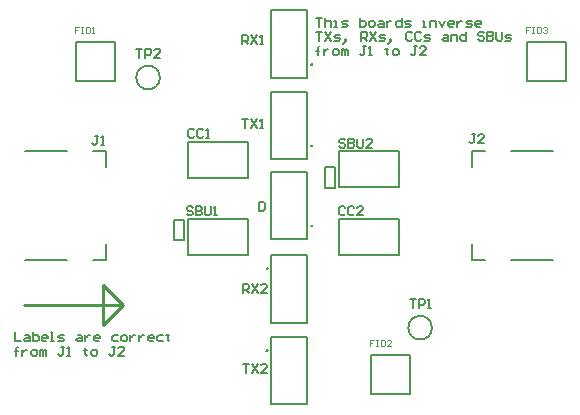
<source format=gto>
G04*
G04 #@! TF.GenerationSoftware,Altium Limited,Altium Designer,20.1.11 (218)*
G04*
G04 Layer_Color=65535*
%FSLAX24Y24*%
%MOIN*%
G70*
G04*
G04 #@! TF.SameCoordinates,54141B6B-DA1B-4774-B8CF-21792AEDCB4D*
G04*
G04*
G04 #@! TF.FilePolarity,Positive*
G04*
G01*
G75*
%ADD10C,0.0050*%
%ADD11C,0.0100*%
%ADD12C,0.0060*%
%ADD13C,0.0047*%
D10*
X5928Y11154D02*
G03*
X5928Y11154I-394J0D01*
G01*
X14996Y2815D02*
G03*
X14996Y2815I-394J0D01*
G01*
X3131Y12331D02*
X4431D01*
X3131Y11031D02*
Y12331D01*
X4431Y11031D02*
Y12331D01*
X3131Y11031D02*
X4431D01*
X12976Y1897D02*
X14276D01*
X12976Y597D02*
Y1897D01*
X14276Y597D02*
Y1897D01*
X12976Y597D02*
X14276D01*
X18167Y12332D02*
X19467D01*
X18167Y11032D02*
Y12332D01*
X19467Y11032D02*
Y12332D01*
X18167Y11032D02*
X19467D01*
X17623Y8701D02*
X19040D01*
X17623Y5079D02*
X19040D01*
X16320D02*
Y5591D01*
Y5079D02*
X16757D01*
X16320Y8701D02*
X16757D01*
X16320Y8189D02*
Y8701D01*
X9636Y5760D02*
Y8004D01*
Y5760D02*
X10817D01*
Y8004D01*
X9636D02*
X10817D01*
X1417Y5079D02*
X2835D01*
X1417Y8701D02*
X2835D01*
X4138Y8189D02*
Y8701D01*
X3701D02*
X4138D01*
X3701Y5079D02*
X4138D01*
Y5591D01*
X9638Y11154D02*
Y13398D01*
Y11154D02*
X10819D01*
Y13398D01*
X9638D02*
X10819D01*
X9638Y8431D02*
Y10675D01*
Y8431D02*
X10819D01*
Y10675D01*
X9638D02*
X10819D01*
X6392Y5729D02*
X6727D01*
X6392Y6418D02*
X6727D01*
X6392Y5729D02*
Y6418D01*
X6727Y5729D02*
Y6418D01*
X10819Y2984D02*
Y5228D01*
X9638D02*
X10819D01*
X9638Y2984D02*
Y5228D01*
Y2984D02*
X10819D01*
Y261D02*
Y2505D01*
X9638D02*
X10819D01*
X9638Y261D02*
Y2505D01*
Y261D02*
X10819D01*
X11447Y7480D02*
X11781D01*
X11447Y8169D02*
X11781D01*
X11447Y7480D02*
Y8169D01*
X11781Y7480D02*
Y8169D01*
X11135Y13155D02*
X11335D01*
X11235D01*
Y12855D01*
X11434Y13155D02*
Y12855D01*
Y13005D01*
X11484Y13055D01*
X11584D01*
X11634Y13005D01*
Y12855D01*
X11734D02*
X11834D01*
X11784D01*
Y13055D01*
X11734D01*
X11984Y12855D02*
X12134D01*
X12184Y12905D01*
X12134Y12955D01*
X12034D01*
X11984Y13005D01*
X12034Y13055D01*
X12184D01*
X12584Y13155D02*
Y12855D01*
X12734D01*
X12784Y12905D01*
Y12955D01*
Y13005D01*
X12734Y13055D01*
X12584D01*
X12934Y12855D02*
X13034D01*
X13084Y12905D01*
Y13005D01*
X13034Y13055D01*
X12934D01*
X12884Y13005D01*
Y12905D01*
X12934Y12855D01*
X13234Y13055D02*
X13334D01*
X13384Y13005D01*
Y12855D01*
X13234D01*
X13184Y12905D01*
X13234Y12955D01*
X13384D01*
X13484Y13055D02*
Y12855D01*
Y12955D01*
X13534Y13005D01*
X13584Y13055D01*
X13634D01*
X13984Y13155D02*
Y12855D01*
X13834D01*
X13784Y12905D01*
Y13005D01*
X13834Y13055D01*
X13984D01*
X14084Y12855D02*
X14234D01*
X14284Y12905D01*
X14234Y12955D01*
X14134D01*
X14084Y13005D01*
X14134Y13055D01*
X14284D01*
X14683Y12855D02*
X14783D01*
X14733D01*
Y13055D01*
X14683D01*
X14933Y12855D02*
Y13055D01*
X15083D01*
X15133Y13005D01*
Y12855D01*
X15233Y13055D02*
X15333Y12855D01*
X15433Y13055D01*
X15683Y12855D02*
X15583D01*
X15533Y12905D01*
Y13005D01*
X15583Y13055D01*
X15683D01*
X15733Y13005D01*
Y12955D01*
X15533D01*
X15833Y13055D02*
Y12855D01*
Y12955D01*
X15883Y13005D01*
X15933Y13055D01*
X15983D01*
X16133Y12855D02*
X16283D01*
X16333Y12905D01*
X16283Y12955D01*
X16183D01*
X16133Y13005D01*
X16183Y13055D01*
X16333D01*
X16583Y12855D02*
X16483D01*
X16433Y12905D01*
Y13005D01*
X16483Y13055D01*
X16583D01*
X16633Y13005D01*
Y12955D01*
X16433D01*
X11135Y12675D02*
X11335D01*
X11235D01*
Y12376D01*
X11434Y12675D02*
X11634Y12376D01*
Y12675D02*
X11434Y12376D01*
X11734D02*
X11884D01*
X11934Y12426D01*
X11884Y12475D01*
X11784D01*
X11734Y12525D01*
X11784Y12575D01*
X11934D01*
X12084Y12326D02*
X12134Y12376D01*
Y12426D01*
X12084D01*
Y12376D01*
X12134D01*
X12084Y12326D01*
X12034Y12276D01*
X12634Y12376D02*
Y12675D01*
X12784D01*
X12834Y12625D01*
Y12525D01*
X12784Y12475D01*
X12634D01*
X12734D02*
X12834Y12376D01*
X12934Y12675D02*
X13134Y12376D01*
Y12675D02*
X12934Y12376D01*
X13234D02*
X13384D01*
X13434Y12426D01*
X13384Y12475D01*
X13284D01*
X13234Y12525D01*
X13284Y12575D01*
X13434D01*
X13584Y12326D02*
X13634Y12376D01*
Y12426D01*
X13584D01*
Y12376D01*
X13634D01*
X13584Y12326D01*
X13534Y12276D01*
X14334Y12625D02*
X14284Y12675D01*
X14184D01*
X14134Y12625D01*
Y12426D01*
X14184Y12376D01*
X14284D01*
X14334Y12426D01*
X14633Y12625D02*
X14583Y12675D01*
X14483D01*
X14433Y12625D01*
Y12426D01*
X14483Y12376D01*
X14583D01*
X14633Y12426D01*
X14733Y12376D02*
X14883D01*
X14933Y12426D01*
X14883Y12475D01*
X14783D01*
X14733Y12525D01*
X14783Y12575D01*
X14933D01*
X15383D02*
X15483D01*
X15533Y12525D01*
Y12376D01*
X15383D01*
X15333Y12426D01*
X15383Y12475D01*
X15533D01*
X15633Y12376D02*
Y12575D01*
X15783D01*
X15833Y12525D01*
Y12376D01*
X16133Y12675D02*
Y12376D01*
X15983D01*
X15933Y12426D01*
Y12525D01*
X15983Y12575D01*
X16133D01*
X16733Y12625D02*
X16683Y12675D01*
X16583D01*
X16533Y12625D01*
Y12575D01*
X16583Y12525D01*
X16683D01*
X16733Y12475D01*
Y12426D01*
X16683Y12376D01*
X16583D01*
X16533Y12426D01*
X16833Y12675D02*
Y12376D01*
X16983D01*
X17033Y12426D01*
Y12475D01*
X16983Y12525D01*
X16833D01*
X16983D01*
X17033Y12575D01*
Y12625D01*
X16983Y12675D01*
X16833D01*
X17133D02*
Y12426D01*
X17183Y12376D01*
X17283D01*
X17333Y12426D01*
Y12675D01*
X17433Y12376D02*
X17582D01*
X17632Y12426D01*
X17582Y12475D01*
X17483D01*
X17433Y12525D01*
X17483Y12575D01*
X17632D01*
X11185Y11896D02*
Y12146D01*
Y12046D01*
X11135D01*
X11235D01*
X11185D01*
Y12146D01*
X11235Y12196D01*
X11384Y12096D02*
Y11896D01*
Y11996D01*
X11434Y12046D01*
X11484Y12096D01*
X11534D01*
X11734Y11896D02*
X11834D01*
X11884Y11946D01*
Y12046D01*
X11834Y12096D01*
X11734D01*
X11684Y12046D01*
Y11946D01*
X11734Y11896D01*
X11984D02*
Y12096D01*
X12034D01*
X12084Y12046D01*
Y11896D01*
Y12046D01*
X12134Y12096D01*
X12184Y12046D01*
Y11896D01*
X12784Y12196D02*
X12684D01*
X12734D01*
Y11946D01*
X12684Y11896D01*
X12634D01*
X12584Y11946D01*
X12884Y11896D02*
X12984D01*
X12934D01*
Y12196D01*
X12884Y12146D01*
X13484D02*
Y12096D01*
X13434D01*
X13534D01*
X13484D01*
Y11946D01*
X13534Y11896D01*
X13734D02*
X13834D01*
X13884Y11946D01*
Y12046D01*
X13834Y12096D01*
X13734D01*
X13684Y12046D01*
Y11946D01*
X13734Y11896D01*
X14483Y12196D02*
X14384D01*
X14433D01*
Y11946D01*
X14384Y11896D01*
X14334D01*
X14284Y11946D01*
X14783Y11896D02*
X14583D01*
X14783Y12096D01*
Y12146D01*
X14733Y12196D01*
X14633D01*
X14583Y12146D01*
X1084Y2666D02*
Y2367D01*
X1284D01*
X1434Y2566D02*
X1534D01*
X1584Y2516D01*
Y2367D01*
X1434D01*
X1384Y2417D01*
X1434Y2466D01*
X1584D01*
X1684Y2666D02*
Y2367D01*
X1834D01*
X1884Y2417D01*
Y2466D01*
Y2516D01*
X1834Y2566D01*
X1684D01*
X2133Y2367D02*
X2034D01*
X1984Y2417D01*
Y2516D01*
X2034Y2566D01*
X2133D01*
X2183Y2516D01*
Y2466D01*
X1984D01*
X2283Y2367D02*
X2383D01*
X2333D01*
Y2666D01*
X2283D01*
X2533Y2367D02*
X2683D01*
X2733Y2417D01*
X2683Y2466D01*
X2583D01*
X2533Y2516D01*
X2583Y2566D01*
X2733D01*
X3183D02*
X3283D01*
X3333Y2516D01*
Y2367D01*
X3183D01*
X3133Y2417D01*
X3183Y2466D01*
X3333D01*
X3433Y2566D02*
Y2367D01*
Y2466D01*
X3483Y2516D01*
X3533Y2566D01*
X3583D01*
X3883Y2367D02*
X3783D01*
X3733Y2417D01*
Y2516D01*
X3783Y2566D01*
X3883D01*
X3933Y2516D01*
Y2466D01*
X3733D01*
X4533Y2566D02*
X4383D01*
X4333Y2516D01*
Y2417D01*
X4383Y2367D01*
X4533D01*
X4683D02*
X4783D01*
X4833Y2417D01*
Y2516D01*
X4783Y2566D01*
X4683D01*
X4633Y2516D01*
Y2417D01*
X4683Y2367D01*
X4933Y2566D02*
Y2367D01*
Y2466D01*
X4983Y2516D01*
X5033Y2566D01*
X5083D01*
X5232D02*
Y2367D01*
Y2466D01*
X5282Y2516D01*
X5332Y2566D01*
X5382D01*
X5682Y2367D02*
X5582D01*
X5532Y2417D01*
Y2516D01*
X5582Y2566D01*
X5682D01*
X5732Y2516D01*
Y2466D01*
X5532D01*
X6032Y2566D02*
X5882D01*
X5832Y2516D01*
Y2417D01*
X5882Y2367D01*
X6032D01*
X6182Y2616D02*
Y2566D01*
X6132D01*
X6232D01*
X6182D01*
Y2417D01*
X6232Y2367D01*
X1134Y1887D02*
Y2137D01*
Y2037D01*
X1084D01*
X1184D01*
X1134D01*
Y2137D01*
X1184Y2187D01*
X1334Y2087D02*
Y1887D01*
Y1987D01*
X1384Y2037D01*
X1434Y2087D01*
X1484D01*
X1684Y1887D02*
X1784D01*
X1834Y1937D01*
Y2037D01*
X1784Y2087D01*
X1684D01*
X1634Y2037D01*
Y1937D01*
X1684Y1887D01*
X1934D02*
Y2087D01*
X1984D01*
X2034Y2037D01*
Y1887D01*
Y2037D01*
X2083Y2087D01*
X2133Y2037D01*
Y1887D01*
X2733Y2187D02*
X2633D01*
X2683D01*
Y1937D01*
X2633Y1887D01*
X2583D01*
X2533Y1937D01*
X2833Y1887D02*
X2933D01*
X2883D01*
Y2187D01*
X2833Y2137D01*
X3433D02*
Y2087D01*
X3383D01*
X3483D01*
X3433D01*
Y1937D01*
X3483Y1887D01*
X3683D02*
X3783D01*
X3833Y1937D01*
Y2037D01*
X3783Y2087D01*
X3683D01*
X3633Y2037D01*
Y1937D01*
X3683Y1887D01*
X4433Y2187D02*
X4333D01*
X4383D01*
Y1937D01*
X4333Y1887D01*
X4283D01*
X4233Y1937D01*
X4733Y1887D02*
X4533D01*
X4733Y2087D01*
Y2137D01*
X4683Y2187D01*
X4583D01*
X4533Y2137D01*
X5133Y12112D02*
X5333D01*
X5233D01*
Y11812D01*
X5433D02*
Y12112D01*
X5583D01*
X5633Y12062D01*
Y11962D01*
X5583Y11912D01*
X5433D01*
X5933Y11812D02*
X5733D01*
X5933Y12012D01*
Y12062D01*
X5883Y12112D01*
X5783D01*
X5733Y12062D01*
X16440Y9263D02*
X16340D01*
X16390D01*
Y9013D01*
X16340Y8963D01*
X16290D01*
X16240Y9013D01*
X16740Y8963D02*
X16540D01*
X16740Y9163D01*
Y9213D01*
X16690Y9263D01*
X16590D01*
X16540Y9213D01*
X12109Y6808D02*
X12059Y6858D01*
X11959D01*
X11909Y6808D01*
Y6609D01*
X11959Y6559D01*
X12059D01*
X12109Y6609D01*
X12409Y6808D02*
X12359Y6858D01*
X12259D01*
X12209Y6808D01*
Y6609D01*
X12259Y6559D01*
X12359D01*
X12409Y6609D01*
X12709Y6559D02*
X12509D01*
X12709Y6759D01*
Y6808D01*
X12659Y6858D01*
X12559D01*
X12509Y6808D01*
X14259Y3781D02*
X14459D01*
X14359D01*
Y3481D01*
X14559D02*
Y3781D01*
X14709D01*
X14759Y3731D01*
Y3631D01*
X14709Y3581D01*
X14559D01*
X14859Y3481D02*
X14959D01*
X14909D01*
Y3781D01*
X14859Y3731D01*
X7018Y6814D02*
X6968Y6864D01*
X6868D01*
X6818Y6814D01*
Y6764D01*
X6868Y6714D01*
X6968D01*
X7018Y6664D01*
Y6614D01*
X6968Y6564D01*
X6868D01*
X6818Y6614D01*
X7118Y6864D02*
Y6564D01*
X7268D01*
X7317Y6614D01*
Y6664D01*
X7268Y6714D01*
X7118D01*
X7268D01*
X7317Y6764D01*
Y6814D01*
X7268Y6864D01*
X7118D01*
X7417D02*
Y6614D01*
X7467Y6564D01*
X7567D01*
X7617Y6614D01*
Y6864D01*
X7717Y6564D02*
X7817D01*
X7767D01*
Y6864D01*
X7717Y6814D01*
X12103Y9063D02*
X12053Y9113D01*
X11953D01*
X11903Y9063D01*
Y9013D01*
X11953Y8963D01*
X12053D01*
X12103Y8913D01*
Y8863D01*
X12053Y8813D01*
X11953D01*
X11903Y8863D01*
X12202Y9113D02*
Y8813D01*
X12352D01*
X12402Y8863D01*
Y8913D01*
X12352Y8963D01*
X12202D01*
X12352D01*
X12402Y9013D01*
Y9063D01*
X12352Y9113D01*
X12202D01*
X12502D02*
Y8863D01*
X12552Y8813D01*
X12652D01*
X12702Y8863D01*
Y9113D01*
X13002Y8813D02*
X12802D01*
X13002Y9013D01*
Y9063D01*
X12952Y9113D01*
X12852D01*
X12802Y9063D01*
X7080Y9401D02*
X7030Y9451D01*
X6930D01*
X6880Y9401D01*
Y9201D01*
X6930Y9151D01*
X7030D01*
X7080Y9201D01*
X7380Y9401D02*
X7330Y9451D01*
X7230D01*
X7180Y9401D01*
Y9201D01*
X7230Y9151D01*
X7330D01*
X7380Y9201D01*
X7480Y9151D02*
X7579D01*
X7530D01*
Y9451D01*
X7480Y9401D01*
X8678Y12261D02*
Y12561D01*
X8828D01*
X8878Y12511D01*
Y12411D01*
X8828Y12361D01*
X8678D01*
X8778D02*
X8878Y12261D01*
X8978Y12561D02*
X9178Y12261D01*
Y12561D02*
X8978Y12261D01*
X9278D02*
X9378D01*
X9328D01*
Y12561D01*
X9278Y12511D01*
X8678Y9770D02*
X8878D01*
X8778D01*
Y9470D01*
X8978Y9770D02*
X9178Y9470D01*
Y9770D02*
X8978Y9470D01*
X9278D02*
X9378D01*
X9328D01*
Y9770D01*
X9278Y9720D01*
X8682Y1616D02*
X8882D01*
X8782D01*
Y1316D01*
X8982Y1616D02*
X9182Y1316D01*
Y1616D02*
X8982Y1316D01*
X9482D02*
X9282D01*
X9482Y1516D01*
Y1566D01*
X9432Y1616D01*
X9332D01*
X9282Y1566D01*
X3872Y9214D02*
X3772D01*
X3822D01*
Y8964D01*
X3772Y8914D01*
X3722D01*
X3672Y8964D01*
X3972Y8914D02*
X4072D01*
X4022D01*
Y9214D01*
X3972Y9164D01*
X9224Y7014D02*
Y6714D01*
X9374D01*
X9424Y6764D01*
Y6964D01*
X9374Y7014D01*
X9224D01*
X8694Y3985D02*
Y4285D01*
X8844D01*
X8894Y4235D01*
Y4135D01*
X8844Y4085D01*
X8694D01*
X8794D02*
X8894Y3985D01*
X8994Y4285D02*
X9194Y3985D01*
Y4285D02*
X8994Y3985D01*
X9493D02*
X9293D01*
X9493Y4185D01*
Y4235D01*
X9443Y4285D01*
X9343D01*
X9293Y4235D01*
D11*
X10987Y6203D02*
G03*
X10987Y6203I-22J0D01*
G01*
X10989Y11597D02*
G03*
X10989Y11597I-22J0D01*
G01*
Y8874D02*
G03*
X10989Y8874I-22J0D01*
G01*
X9513Y4785D02*
G03*
X9513Y4785I-22J0D01*
G01*
Y2062D02*
G03*
X9513Y2062I-22J0D01*
G01*
X4642Y3646D02*
X4714Y3574D01*
X4046Y2907D02*
X4714Y3574D01*
X4046Y2907D02*
Y4242D01*
X4714Y3574D01*
X1399D02*
X4714D01*
D12*
X13236Y6429D02*
X13886D01*
X11886D02*
X12336D01*
X13886Y5229D02*
Y6429D01*
X11886Y5452D02*
Y6429D01*
X12336D02*
X13236D01*
X11886Y5229D02*
X13886D01*
X11886D02*
Y5452D01*
X13236Y8691D02*
X13886D01*
X11886D02*
X12336D01*
X13886Y7491D02*
Y8691D01*
X11886Y7713D02*
Y8691D01*
X12336D02*
X13236D01*
X11886Y7491D02*
X13886D01*
X11886D02*
Y7713D01*
X8217Y8991D02*
X8867D01*
X6867D02*
X7317D01*
X8867Y7791D02*
Y8991D01*
X6867Y8013D02*
Y8991D01*
X7317D02*
X8217D01*
X6867Y7791D02*
X8867D01*
X6867D02*
Y8013D01*
X8217Y6429D02*
X8867D01*
X6867D02*
X7317D01*
X8867Y5229D02*
Y6429D01*
X6867Y5452D02*
Y6429D01*
X7317D02*
X8217D01*
X6867Y5229D02*
X8867D01*
X6867D02*
Y5452D01*
D13*
X18273Y12851D02*
X18142D01*
Y12753D01*
X18207D01*
X18142D01*
Y12654D01*
X18339Y12851D02*
X18404D01*
X18371D01*
Y12654D01*
X18339D01*
X18404D01*
X18503Y12851D02*
Y12654D01*
X18601D01*
X18634Y12687D01*
Y12818D01*
X18601Y12851D01*
X18503D01*
X18699Y12818D02*
X18732Y12851D01*
X18798D01*
X18831Y12818D01*
Y12785D01*
X18798Y12753D01*
X18765D01*
X18798D01*
X18831Y12720D01*
Y12687D01*
X18798Y12654D01*
X18732D01*
X18699Y12687D01*
X13077Y2416D02*
X12946D01*
Y2317D01*
X13011D01*
X12946D01*
Y2219D01*
X13142Y2416D02*
X13208D01*
X13175D01*
Y2219D01*
X13142D01*
X13208D01*
X13306Y2416D02*
Y2219D01*
X13405D01*
X13438Y2252D01*
Y2383D01*
X13405Y2416D01*
X13306D01*
X13634Y2219D02*
X13503D01*
X13634Y2350D01*
Y2383D01*
X13602Y2416D01*
X13536D01*
X13503Y2383D01*
X3230Y12850D02*
X3099D01*
Y12752D01*
X3165D01*
X3099D01*
Y12653D01*
X3296Y12850D02*
X3362D01*
X3329D01*
Y12653D01*
X3296D01*
X3362D01*
X3460Y12850D02*
Y12653D01*
X3558D01*
X3591Y12686D01*
Y12817D01*
X3558Y12850D01*
X3460D01*
X3657Y12653D02*
X3722D01*
X3690D01*
Y12850D01*
X3657Y12817D01*
M02*

</source>
